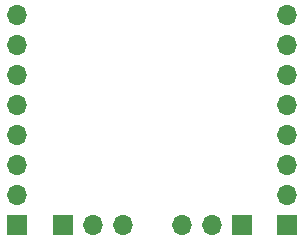
<source format=gbr>
%TF.GenerationSoftware,KiCad,Pcbnew,7.0.9*%
%TF.CreationDate,2024-03-14T14:21:26-06:00*%
%TF.ProjectId,cnft-tpl-esp32cam,636e6674-2d74-4706-9c2d-657370333263,rev?*%
%TF.SameCoordinates,Original*%
%TF.FileFunction,Soldermask,Bot*%
%TF.FilePolarity,Negative*%
%FSLAX46Y46*%
G04 Gerber Fmt 4.6, Leading zero omitted, Abs format (unit mm)*
G04 Created by KiCad (PCBNEW 7.0.9) date 2024-03-14 14:21:26*
%MOMM*%
%LPD*%
G01*
G04 APERTURE LIST*
%ADD10R,1.700000X1.700000*%
%ADD11O,1.700000X1.700000*%
G04 APERTURE END LIST*
D10*
%TO.C,J2*%
X4114800Y8880000D03*
D11*
X4114800Y11420000D03*
X4114800Y13960000D03*
X4114800Y16500000D03*
X4114800Y19040000D03*
X4114800Y21580000D03*
X4114800Y24120000D03*
X4114800Y26660000D03*
%TD*%
D10*
%TO.C,J5*%
X7950000Y8890000D03*
D11*
X10490000Y8890000D03*
X13030000Y8890000D03*
%TD*%
D10*
%TO.C,J1*%
X26980000Y8880000D03*
D11*
X26980000Y11420000D03*
X26980000Y13960000D03*
X26980000Y16500000D03*
X26980000Y19040000D03*
X26980000Y21580000D03*
X26980000Y24120000D03*
X26980000Y26660000D03*
%TD*%
D10*
%TO.C,J4*%
X23114000Y8890000D03*
D11*
X20574000Y8890000D03*
X18034000Y8890000D03*
%TD*%
M02*

</source>
